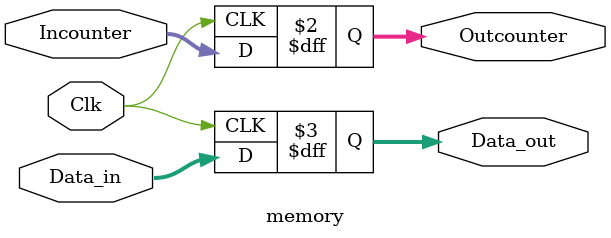
<source format=v>
module memory (Incounter, Outcounter, Data_in, Data_out, Clk);
    parameter SIZE = 4;
    output reg [SIZE-1:0] Outcounter, Data_out;
    input [SIZE-1:0] Incounter, Data_in;
    input Clk;

    always @(posedge Clk) begin
        Outcounter <= Incounter;
        Data_out <= Data_in;
    end
endmodule
</source>
